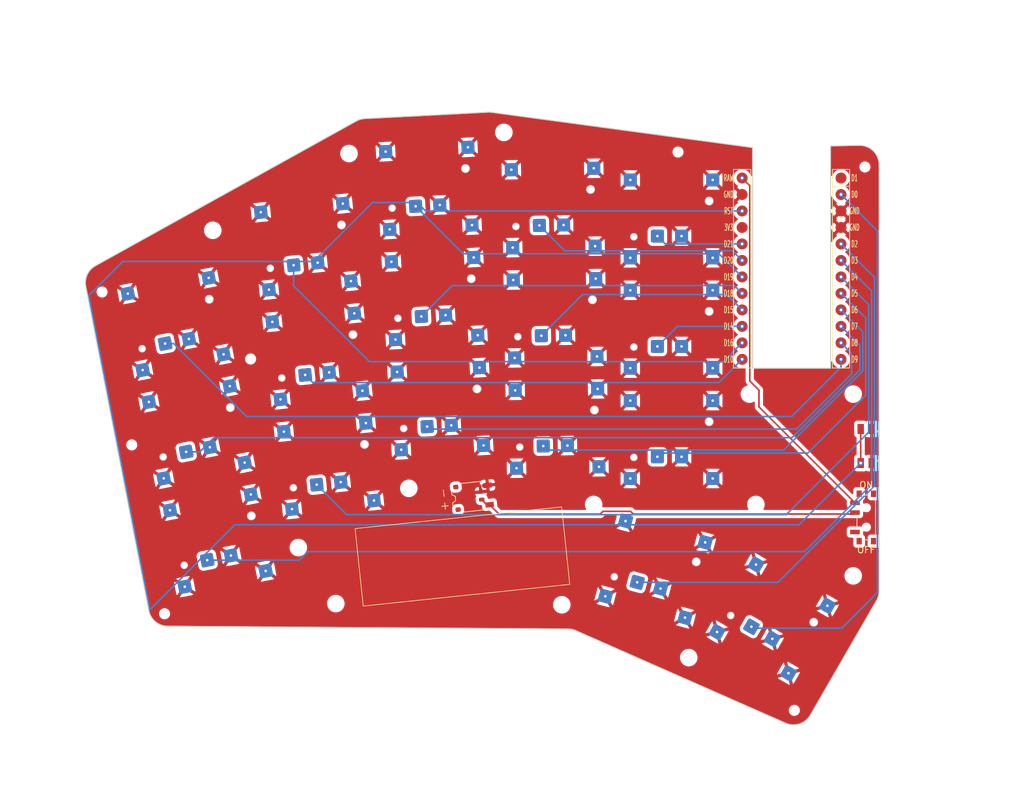
<source format=kicad_pcb>
(kicad_pcb (version 20241229) (generator "pcbnew") (generator_version "9.0")
  (title_block (title "slimsplaydy_left_unrouted") (date "2025-05-29") (rev "v1.0.0") (company "Unknown"))
  (layers (0 "F.Cu" signal) (2 "B.Cu" signal) (13 "F.Paste" user) (15 "B.Paste" user) (5 "F.SilkS" user "F.Silkscreen") (7 "B.SilkS" user "B.Silkscreen") (1 "F.Mask" user) (3 "B.Mask" user) (25 "Edge.Cuts" user))
  (net 0 "")
  (net 1 "hand_pinky_bottom")
  (net 2 "GND")
  (net 3 "hand_pinky_home")
  (net 4 "hand_pinky_top")
  (net 5 "hand_ring_bottom")
  (net 6 "hand_ring_home")
  (net 7 "hand_ring_top")
  (net 8 "hand_middle_bottom")
  (net 9 "hand_middle_home")
  (net 10 "hand_middle_top")
  (net 11 "hand_index_bottom")
  (net 12 "hand_index_home")
  (net 13 "hand_index_top")
  (net 14 "hand_inner_bottom")
  (net 15 "hand_inner_home")
  (net 16 "hand_inner_top")
  (net 17 "thumb_near_fan")
  (net 18 "thumb_far_fan")
  (net 19 "RAW")
  (net 20 "RST")
  (net 21 "3V3")
  (net 22 "D1")
  (net 23 "BAT_P")
  (footprint "ceoloide:mounting_hole_npth" (layer "F.Cu") (at 197.899996 167.954788 -30)
    (property "Reference" "MH6" (hide yes))
    (property "Value" "")
    (pad "" np_thru_hole circle (at 0 0 330) (size 1.2 1.2) (drill 1.2) (layers "*.Cu" "*.Mask"))
  )
  (footprint "PG1316S" (layer "F.Cu") (at 109.059614 141.79563 11)
    (property "Reference" "S1" (hide yes))
    (property "Value" "")
    (fp_circle (center -5.8 2.75) (end -5.3 2.75) (stroke (width 0.1)) (fill no) (layer "Edge.Cuts"))
    (fp_circle (center 5.8 -2.75) (end 6.4 -2.75) (stroke (width 0.1)) (fill no) (layer "Edge.Cuts"))
    (pad "1" thru_hole roundrect (at -2.175 2.65 11) (size 2 2) (drill 0.4) (layers "F.Cu" "F.Mask" "F.Paste") (roundrect_rratio 0.125) (net 1 "hand_pinky_bottom"))
    (pad "2" thru_hole roundrect (at 1.55 2.65 11) (size 2 2) (drill 0.4) (layers "F.Cu" "F.Mask" "F.Paste") (roundrect_rratio 0.125) (net 2 "GND"))
    (pad "3" thru_hole roundrect (at -6.35 -6 11) (size 2 2) (drill 0.4) (layers "F.Cu" "F.Mask" "F.Paste") (roundrect_rratio 0.125) (net 2 "GND"))
    (pad "3" thru_hole roundrect (at -6.35 6 11) (size 2 2) (drill 0.4) (layers "F.Cu" "F.Mask" "F.Paste") (roundrect_rratio 0.125) (net 2 "GND"))
    (pad "3" thru_hole roundrect (at 6.35 -6 11) (size 2 2) (drill 0.4) (layers "F.Cu" "F.Mask" "F.Paste") (roundrect_rratio 0.125) (net 2 "GND"))
    (pad "3" thru_hole roundrect (at 6.35 6 11) (size 2 2) (drill 0.4) (layers "F.Cu" "F.Mask" "F.Paste") (roundrect_rratio 0.125) (net 2 "GND"))
  )
  (footprint "ceoloide:mounting_hole_npth" (layer "F.Cu") (at 95.803264 127.054219 11)
    (property "Reference" "MH14" (hide yes))
    (property "Value" "")
    (pad "" np_thru_hole circle (at 0 0 11) (size 1.2 1.2) (drill 1.2) (layers "*.Cu" "*.Mask"))
  )
  (footprint "ceoloide:mounting_hole_npth" (layer "F.Cu") (at 91.223848 103.495167 11)
    (property "Reference" "MH15" (hide yes))
    (property "Value" "")
    (pad "" np_thru_hole circle (at 0 0 11) (size 1.2 1.2) (drill 1.2) (layers "*.Cu" "*.Mask"))
  )
  (footprint "PG1316S" (layer "F.Cu") (at 194.489742 153.861522 -30)
    (property "Reference" "S17" (hide yes))
    (property "Value" "")
    (fp_circle (center -5.8 2.75) (end -5.3 2.75) (stroke (width 0.1)) (fill no) (layer "Edge.Cuts"))
    (fp_circle (center 5.8 -2.75) (end 6.4 -2.75) (stroke (width 0.1)) (fill no) (layer "Edge.Cuts"))
    (pad "1" thru_hole roundrect (at -2.175 2.65 330) (size 2 2) (drill 0.4) (layers "F.Cu" "F.Mask" "F.Paste") (roundrect_rratio 0.125) (net 18 "thumb_far_fan"))
    (pad "2" thru_hole roundrect (at 1.55 2.65 330) (size 2 2) (drill 0.4) (layers "F.Cu" "F.Mask" "F.Paste") (roundrect_rratio 0.125) (net 2 "GND"))
    (pad "3" thru_hole roundrect (at -6.35 -6 330) (size 2 2) (drill 0.4) (layers "F.Cu" "F.Mask" "F.Paste") (roundrect_rratio 0.125) (net 2 "GND"))
    (pad "3" thru_hole roundrect (at -6.35 5.999999 330) (size 2 2) (drill 0.4) (layers "F.Cu" "F.Mask" "F.Paste") (roundrect_rratio 0.125) (net 2 "GND"))
    (pad "3" thru_hole roundrect (at 6.35 -5.999999 330) (size 2 2) (drill 0.4) (layers "F.Cu" "F.Mask" "F.Paste") (roundrect_rratio 0.125) (net 2 "GND"))
    (pad "3" thru_hole roundrect (at 6.35 6 330) (size 2 2) (drill 0.4) (layers "F.Cu" "F.Mask" "F.Paste") (roundrect_rratio 0.125) (net 2 "GND"))
  )
  (footprint "PG1316S" (layer "F.Cu") (at 178.970927 109.229547)
    (property "Reference" "S14" (hide yes))
    (property "Value" "")
    (fp_circle (center -5.8 2.75) (end -5.3 2.75) (stroke (width 0.1)) (fill no) (layer "Edge.Cuts"))
    (fp_circle (center 5.8 -2.75) (end 6.4 -2.75) (stroke (width 0.1)) (fill no) (layer "Edge.Cuts"))
    (pad "1" thru_hole roundrect (at -2.175 2.65) (size 2 2) (drill 0.4) (layers "F.Cu" "F.Mask" "F.Paste") (roundrect_rratio 0.125) (net 15 "hand_inner_home"))
    (pad "2" thru_hole roundrect (at 1.55 2.65) (size 2 2) (drill 0.4) (layers "F.Cu" "F.Mask" "F.Paste") (roundrect_rratio 0.125) (net 2 "GND"))
    (pad "3" thru_hole roundrect (at -6.35 -6) (size 2 2) (drill 0.4) (layers "F.Cu" "F.Mask" "F.Paste") (roundrect_rratio 0.125) (net 2 "GND"))
    (pad "3" thru_hole roundrect (at -6.35 6) (size 2 2) (drill 0.4) (layers "F.Cu" "F.Mask" "F.Paste") (roundrect_rratio 0.125) (net 2 "GND"))
    (pad "3" thru_hole roundrect (at 6.35 -6) (size 2 2) (drill 0.4) (layers "F.Cu" "F.Mask" "F.Paste") (roundrect_rratio 0.125) (net 2 "GND"))
    (pad "3" thru_hole roundrect (at 6.35 6) (size 2 2) (drill 0.4) (layers "F.Cu" "F.Mask" "F.Paste") (roundrect_rratio 0.125) (net 2 "GND"))
  )
  (footprint "PG1316S" (layer "F.Cu") (at 178.970927 92.229547)
    (property "Reference" "S15" (hide yes))
    (property "Value" "")
    (fp_circle (center -5.8 2.75) (end -5.3 2.75) (stroke (width 0.1)) (fill no) (layer "Edge.Cuts"))
    (fp_circle (center 5.8 -2.75) (end 6.4 -2.75) (stroke (width 0.1)) (fill no) (layer "Edge.Cuts"))
    (pad "1" thru_hole roundrect (at -2.175 2.65) (size 2 2) (drill 0.4) (layers "F.Cu" "F.Mask" "F.Paste") (roundrect_rratio 0.125) (net 16 "hand_inner_top"))
    (pad "2" thru_hole roundrect (at 1.55 2.65) (size 2 2) (drill 0.4) (layers "F.Cu" "F.Mask" "F.Paste") (roundrect_rratio 0.125) (net 2 "GND"))
    (pad "3" thru_hole roundrect (at -6.35 -6) (size 2 2) (drill 0.4) (layers "F.Cu" "F.Mask" "F.Paste") (roundrect_rratio 0.125) (net 2 "GND"))
    (pad "3" thru_hole roundrect (at -6.35 6) (size 2 2) (drill 0.4) (layers "F.Cu" "F.Mask" "F.Paste") (roundrect_rratio 0.125) (net 2 "GND"))
    (pad "3" thru_hole roundrect (at 6.35 -6) (size 2 2) (drill 0.4) (layers "F.Cu" "F.Mask" "F.Paste") (roundrect_rratio 0.125) (net 2 "GND"))
    (pad "3" thru_hole roundrect (at 6.35 6) (size 2 2) (drill 0.4) (layers "F.Cu" "F.Mask" "F.Paste") (roundrect_rratio 0.125) (net 2 "GND"))
  )
  (footprint "ceoloide:mounting_hole_npth" (layer "F.Cu") (at 153.139198 78.903604 3)
    (property "Reference" "MH18" (hide yes))
    (property "Value" "")
    (pad "" np_thru_hole circle (at 0 0 3) (size 2.2 2.2) (drill 2.2) (layers "*.Cu" "*.Mask"))
  )
  (footprint "ceoloide:mounting_hole_npth" (layer "F.Cu") (at 181.627232 159.827434 -15)
    (property "Reference" "MH7" (hide yes))
    (property "Value" "")
    (pad "" np_thru_hole circle (at 0 0 345) (size 2.2 2.2) (drill 2.2) (layers "*.Cu" "*.Mask"))
  )
  (footprint "PG1316S" (layer "F.Cu") (at 105.815861 125.107968 11)
    (property "Reference" "S2" (hide yes))
    (property "Value" "")
    (fp_circle (center -5.8 2.75) (end -5.3 2.75) (stroke (width 0.1)) (fill no) (layer "Edge.Cuts"))
    (fp_circle (center 5.8 -2.75) (end 6.4 -2.75) (stroke (width 0.1)) (fill no) (layer "Edge.Cuts"))
    (pad "1" thru_hole roundrect (at -2.175 2.65 11) (size 2 2) (drill 0.4) (layers "F.Cu" "F.Mask" "F.Paste") (roundrect_rratio 0.125) (net 3 "hand_pinky_home"))
    (pad "2" thru_hole roundrect (at 1.55 2.65 11) (size 2 2) (drill 0.4) (layers "F.Cu" "F.Mask" "F.Paste") (roundrect_rratio 0.125) (net 2 "GND"))
    (pad "3" thru_hole roundrect (at -6.35 -6 11) (size 2 2) (drill 0.4) (layers "F.Cu" "F.Mask" "F.Paste") (roundrect_rratio 0.125) (net 2 "GND"))
    (pad "3" thru_hole roundrect (at -6.35 6 11) (size 2 2) (drill 0.4) (layers "F.Cu" "F.Mask" "F.Paste") (roundrect_rratio 0.125) (net 2 "GND"))
    (pad "3" thru_hole roundrect (at 6.35 -6 11) (size 2 2) (drill 0.4) (layers "F.Cu" "F.Mask" "F.Paste") (roundrect_rratio 0.125) (net 2 "GND"))
    (pad "3" thru_hole roundrect (at 6.35 6 11) (size 2 2) (drill 0.4) (layers "F.Cu" "F.Mask" "F.Paste") (roundrect_rratio 0.125) (net 2 "GND"))
  )
  (footprint "PG1316S" (layer "F.Cu") (at 176.470927 146.229547 -15)
    (property "Reference" "S16" (hide yes))
    (property "Value" "")
    (fp_circle (center -5.8 2.75) (end -5.3 2.75) (stroke (width 0.1)) (fill no) (layer "Edge.Cuts"))
    (fp_circle (center 5.8 -2.75) (end 6.4 -2.75) (stroke (width 0.1)) (fill no) (layer "Edge.Cuts"))
    (pad "1" thru_hole roundrect (at -2.175 2.65 345) (size 2 2) (drill 0.4) (layers "F.Cu" "F.Mask" "F.Paste") (roundrect_rratio 0.125) (net 17 "thumb_near_fan"))
    (pad "2" thru_hole roundrect (at 1.55 2.65 345) (size 2 2) (drill 0.4) (layers "F.Cu" "F.Mask" "F.Paste") (roundrect_rratio 0.125) (net 2 "GND"))
    (pad "3" thru_hole roundrect (at -6.35 -6 345) (size 2 2) (drill 0.4) (layers "F.Cu" "F.Mask" "F.Paste") (roundrect_rratio 0.125) (net 2 "GND"))
    (pad "3" thru_hole roundrect (at -6.35 6 345) (size 2 2) (drill 0.4) (layers "F.Cu" "F.Mask" "F.Paste") (roundrect_rratio 0.125) (net 2 "GND"))
    (pad "3" thru_hole roundrect (at 6.35 -6 345) (size 2 2) (drill 0.4) (layers "F.Cu" "F.Mask" "F.Paste") (roundrect_rratio 0.125) (net 2 "GND"))
    (pad "3" thru_hole roundrect (at 6.35 6 345) (size 2 2) (drill 0.4) (layers "F.Cu" "F.Mask" "F.Paste") (roundrect_rratio 0.125) (net 2 "GND"))
  )
  (footprint "PG1316S" (layer "F.Cu") (at 122.630091 96.503497 6)
    (property "Reference" "S6" (hide yes))
    (property "Value" "")
    (fp_circle (center -5.8 2.75) (end -5.3 2.75) (stroke (width 0.1)) (fill no) (layer "Edge.Cuts"))
    (fp_circle (center 5.8 -2.75) (end 6.4 -2.75) (stroke (width 0.1)) (fill no) (layer "Edge.Cuts"))
    (pad "1" thru_hole roundrect (at -2.175 2.65 6) (size 2 2) (drill 0.4) (layers "F.Cu" "F.Mask" "F.Paste") (roundrect_rratio 0.125) (net 7 "hand_ring_top"))
    (pad "2" thru_hole roundrect (at 1.55 2.65 6) (size 2 2) (drill 0.4) (layers "F.Cu" "F.Mask" "F.Paste") (roundrect_rratio 0.125) (net 2 "GND"))
    (pad "3" thru_hole roundrect (at -6.35 -6 6) (size 2 2) (drill 0.4) (layers "F.Cu" "F.Mask" "F.Paste") (roundrect_rratio 0.125) (net 2 "GND"))
    (pad "3" thru_hole roundrect (at -6.35 6 6) (size 2 2) (drill 0.4) (layers "F.Cu" "F.Mask" "F.Paste") (roundrect_rratio 0.125) (net 2 "GND"))
    (pad "3" thru_hole roundrect (at 6.35 -6 6) (size 2 2) (drill 0.4) (layers "F.Cu" "F.Mask" "F.Paste") (roundrect_rratio 0.125) (net 2 "GND"))
    (pad "3" thru_hole roundrect (at 6.35 6 6) (size 2 2) (drill 0.4) (layers "F.Cu" "F.Mask" "F.Paste") (roundrect_rratio 0.125) (net 2 "GND"))
  )
  (footprint "ceoloide:mounting_hole_npth" (layer "F.Cu") (at 114.113936 113.817177 11)
    (property "Reference" "MH20" (hide yes))
    (property "Value" "")
    (pad "" np_thru_hole circle (at 0 0 11) (size 1.2 1.2) (drill 1.2) (layers "*.Cu" "*.Mask"))
  )
  (footprint "PG1316S" (layer "F.Cu") (at 160.745321 90.542192 1)
    (property "Reference" "S12" (hide yes))
    (property "Value" "")
    (fp_circle (center -5.8 2.75) (end -5.3 2.75) (stroke (width 0.1)) (fill no) (layer "Edge.Cuts"))
    (fp_circle (center 5.8 -2.75) (end 6.4 -2.75) (stroke (width 0.1)) (fill no) (layer "Edge.Cuts"))
    (pad "1" thru_hole roundrect (at -2.175 2.65 1) (size 2 2) (drill 0.4) (layers "F.Cu" "F.Mask" "F.Paste") (roundrect_rratio 0.125) (net 13 "hand_index_top"))
    (pad "2" thru_hole roundrect (at 1.55 2.65 1) (size 2 2) (drill 0.4) (layers "F.Cu" "F.Mask" "F.Paste") (roundrect_rratio 0.125) (net 2 "GND"))
    (pad "3" thru_hole roundrect (at -6.35 -6 1) (size 2 2) (drill 0.4) (layers "F.Cu" "F.Mask" "F.Paste") (roundrect_rratio 0.125) (net 2 "GND"))
    (pad "3" thru_hole roundrect (at -6.35 6 1) (size 2 2) (drill 0.4) (layers "F.Cu" "F.Mask" "F.Paste") (roundrect_rratio 0.125) (net 2 "GND"))
    (pad "3" thru_hole roundrect (at 6.35 -6 1) (size 2 2) (drill 0.4) (layers "F.Cu" "F.Mask" "F.Paste") (roundrect_rratio 0.125) (net 2 "GND"))
    (pad "3" thru_hole roundrect (at 6.35 6 1) (size 2 2) (drill 0.4) (layers "F.Cu" "F.Mask" "F.Paste") (roundrect_rratio 0.125) (net 2 "GND"))
  )
  (footprint "ceoloide:mounting_hole_npth" (layer "F.Cu") (at 166.970927 136.229547)
    (property "Reference" "MH9" (hide yes))
    (property "Value" "")
    (pad "" np_thru_hole circle (at 0 0) (size 2.2 2.2) (drill 2.2) (layers "*.Cu" "*.Mask"))
  )
  (footprint "ceoloide:mounting_hole_npth" (layer "F.Cu") (at 206.970927 119.229547)
    (property "Reference" "MH3" (hide yes))
    (property "Value" "")
    (pad "" np_thru_hole circle (at 0 0) (size 2.2 2.2) (drill 2.2) (layers "*.Cu" "*.Mask"))
  )
  (footprint "SMDPad" (layer "F.Cu") (at 150.941076 136.261994 6)
    (property "Reference" "PAD1" (hide yes))
    (property "Value" "" (hide yes))
    (pad "1" smd rect (at 0 0 6) (size 1.3 0.8) (layers "F.Cu" "F.Mask" "F.Paste") (net 23 "BAT_P"))
  )
  (footprint "ceoloide:battery_connector_molex_pico_ezmate_1x02" (layer "F.Cu") (at 147.800718 135.083797 -84)
    (property "Reference" "CONN1" (hide yes))
    (property "Value" "")
    (fp_line (start 1 4.35) (end 1 3.35) (stroke (width 0.12)) (layer "F.SilkS"))
    (fp_line (start -0.5 3.850001) (end -1.5 3.85) (stroke (width 0.12)) (layer "F.SilkS"))
    (fp_line (start 0.5 3.85) (end 1.5 3.85) (stroke (width 0.12)) (layer "F.SilkS"))
    (fp_line (start -1.14 2.63) (end -0.64 2.63) (stroke (width 0.12)) (layer "F.SilkS"))
    (fp_line (start -0.64 2.63) (end -0.34 2.13) (stroke (width 0.12)) (layer "F.SilkS"))
    (fp_line (start 0.64 2.63) (end 1.14 2.63) (stroke (width 0.12)) (layer "F.SilkS"))
    (fp_line (start -0.34 2.13) (end 0.34 2.13) (stroke (width 0.12)) (layer "F.SilkS"))
    (fp_line (start 0.34 2.13) (end 0.64 2.63) (stroke (width 0.12)) (layer "F.SilkS"))
    (fp_line (start -2.21 1.24) (end -2.21 -2.09) (stroke (width 0.12)) (layer "F.SilkS"))
    (fp_line (start 2.21 1.24) (end 2.21 -2.09) (stroke (width 0.12)) (layer "F.SilkS"))
    (fp_line (start -2.21 -2.09) (end -1.16 -2.09) (stroke (width 0.12)) (layer "F.SilkS"))
    (fp_line (start -1.16 -2.09) (end -1.16 -2.3) (stroke (width 0.12)) (layer "F.SilkS"))
    (fp_line (start 2.21 -2.09) (end 1.16 -2.09) (stroke (width 0.12)) (layer "F.SilkS"))
    (pad "" smd roundrect (at -1.75 1.9 276) (size 0.7 0.8) (layers "F.Cu" "F.Mask" "F.Paste"))
    (pad "" smd roundrect (at 1.75 1.9 276) (size 0.7 0.8) (layers "F.Cu" "F.Mask" "F.Paste"))
    (pad "1" smd roundrect (at -0.6 -1.875 276) (size 0.6 0.85) (layers "F.Cu" "F.Mask" "F.Paste") (net 2 "GND"))
    (pad "2" smd roundrect (at 0.6 -1.875 276) (size 0.6 0.85) (layers "F.Cu" "F.Mask" "F.Paste") (net 23 "BAT_P"))
  )
  (footprint "PG1316S" (layer "F.Cu") (at 126.184059 130.317241 6)
    (property "Reference" "S4" (hide yes))
    (property "Value" "")
    (fp_circle (center -5.8 2.75) (end -5.3 2.75) (stroke (width 0.1)) (fill no) (layer "Edge.Cuts"))
    (fp_circle (center 5.8 -2.75) (end 6.4 -2.75) (stroke (width 0.1)) (fill no) (layer "Edge.Cuts"))
    (pad "1" thru_hole roundrect (at -2.175 2.65 6) (size 2 2) (drill 0.4) (layers "F.Cu" "F.Mask" "F.Paste") (roundrect_rratio 0.125) (net 5 "hand_ring_bottom"))
    (pad "2" thru_hole roundrect (at 1.55 2.65 6) (size 2 2) (drill 0.4) (layers "F.Cu" "F.Mask" "F.Paste") (roundrect_rratio 0.125) (net 2 "GND"))
    (pad "3" thru_hole roundrect (at -6.35 -6 6) (size 2 2) (drill 0.4) (layers "F.Cu" "F.Mask" "F.Paste") (roundrect_rratio 0.125) (net 2 "GND"))
    (pad "3" thru_hole roundrect (at -6.35 6 6) (size 2 2) (drill 0.4) (layers "F.Cu" "F.Mask" "F.Paste") (roundrect_rratio 0.125) (net 2 "GND"))
    (pad "3" thru_hole roundrect (at 6.35 -6 6) (size 2 2) (drill 0.4) (layers "F.Cu" "F.Mask" "F.Paste") (roundrect_rratio 0.125) (net 2 "GND"))
    (pad "3" thru_hole roundrect (at 6.35 6 6) (size 2 2) (drill 0.4) (layers "F.Cu" "F.Mask" "F.Paste") (roundrect_rratio 0.125) (net 2 "GND"))
  )
  (footprint "PG1316S" (layer "F.Cu") (at 178.970927 126.229547)
    (property "Reference" "S13" (hide yes))
    (property "Value" "")
    (fp_circle (center -5.8 2.75) (end -5.3 2.75) (stroke (width 0.1)) (fill no) (layer "Edge.Cuts"))
    (fp_circle (center 5.8 -2.75) (end 6.4 -2.75) (stroke (width 0.1)) (fill no) (layer "Edge.Cuts"))
    (pad "1" thru_hole roundrect (at -2.175 2.65) (size 2 2) (drill 0.4) (layers "F.Cu" "F.Mask" "F.Paste") (roundrect_rratio 0.125) (net 14 "hand_inner_bottom"))
    (pad "2" thru_hole roundrect (at 1.55 2.65) (size 2 2) (drill 0.4) (layers "F.Cu" "F.Mask" "F.Paste") (roundrect_rratio 0.125) (net 2 "GND"))
    (pad "3" thru_hole roundrect (at -6.35 -6) (size 2 2) (drill 0.4) (layers "F.Cu" "F.Mask" "F.Paste") (roundrect_rratio 0.125) (net 2 "GND"))
    (pad "3" thru_hole roundrect (at -6.35 6) (size 2 2) (drill 0.4) (layers "F.Cu" "F.Mask" "F.Paste") (roundrect_rratio 0.125) (net 2 "GND"))
    (pad "3" thru_hole roundrect (at 6.35 -6) (size 2 2) (drill 0.4) (layers "F.Cu" "F.Mask" "F.Paste") (roundrect_rratio 0.125) (net 2 "GND"))
    (pad "3" thru_hole roundrect (at 6.35 6) (size 2 2) (drill 0.4) (layers "F.Cu" "F.Mask" "F.Paste") (roundrect_rratio 0.125) (net 2 "GND"))
  )
  (footprint "Battery_301230" (layer "F.Cu") (at 146.75243 144.243551 6)
    (property "Reference" "XX1" (hide yes))
    (property "Value" "")
    (fp_poly (pts (xy -16 -6) (xy 16 -6) (xy 16 6) (xy -16 6)) (stroke (width 0.1)) (fill no) (layer "F.SilkS"))
  )
  (footprint "ceoloide:mounting_hole_npth" (layer "F.Cu") (at 138.489322 133.745478 3)
    (property "Reference" "MH10" (hide yes))
    (property "Value" "")
    (pad "" np_thru_hole circle (at 0 0 3) (size 2.2 2.2) (drill 2.2) (layers "*.Cu" "*.Mask"))
  )
  (footprint "ceoloide:mounting_hole_npth" (layer "F.Cu") (at 190.970927 119.229547)
    (property "Reference" "MH2" (hide yes))
    (property "Value" "")
    (pad "" np_thru_hole circle (at 0 0) (size 2.2 2.2) (drill 2.2) (layers "*.Cu" "*.Mask"))
  )
  (footprint "ceoloide:mounting_hole_npth" (layer "F.Cu") (at 191.970927 136.229547)
    (property "Reference" "MH4" (hide yes))
    (property "Value" "")
    (pad "" np_thru_hole circle (at 0 0) (size 2.2 2.2) (drill 2.2) (layers "*.Cu" "*.Mask"))
  )
  (footprint "ceoloide:power_switch_smd_side" (layer "F.Cu") (at 208.970927 138.229547)
    (property "Reference" "PWR1" (hide yes))
    (property "Value" "")
    (fp_line (start -1.425 -1.4) (end -1.425 -1.6) (stroke (width 0.12)) (layer "F.SilkS"))
    (fp_line (start -1.425 1.6) (end -1.425 -0.1) (stroke (width 0.12)) (layer "F.SilkS"))
    (fp_line (start -0.375 3.45) (end 0.415 3.45) (stroke (width 0.12)) (layer "F.SilkS"))
    (fp_line (start 0.415 -3.45) (end -0.375 -3.45) (stroke (width 0.12)) (layer "F.SilkS"))
    (fp_line (start 1.425 2.85) (end 1.425 -2.85) (stroke (width 0.12)) (layer "F.SilkS"))
    (fp_text user "ON" (at 0 -5 0) (layer "F.SilkS"))
    (fp_text user "OFF" (at 0 5 0) (layer "F.SilkS"))
    (pad "" smd rect (at -1.085 -3.65 90) (size 1 0.8) (layers "F.Cu" "F.Mask" "F.Paste"))
    (pad "" smd rect (at -1.085 3.65 90) (size 1 0.8) (layers "F.Cu" "F.Mask" "F.Paste"))
    (pad "" np_thru_hole circle (at 0.025 -1.5 90) (size 0.9 0.9) (drill 0.9) (layers "*.Cu" "*.Mask"))
    (pad "" np_thru_hole circle (at 0.025 1.5 90) (size 0.9 0.9) (drill 0.9) (layers "*.Cu" "*.Mask"))
    (pad "" smd rect (at 1.125 -3.65 90) (size 1 0.8) (layers "F.Cu" "F.Mask" "F.Paste"))
    (pad "" smd rect (at 1.125 3.65 90) (size 1 0.8) (layers "F.Cu" "F.Mask" "F.Paste"))
    (pad "1" smd rect (at -1.735 2.25 90) (size 0.7 1.5) (layers "F.Cu" "F.Mask" "F.Paste"))
    (pad "2" smd rect (at -1.735 -0.75 90) (size 0.7 1.5) (layers "F.Cu" "F.Mask" "F.Paste") (net 23 "BAT_P"))
    (pad "3" smd rect (at -1.735 -2.25 90) (size 0.7 1.5) (layers "F.Cu" "F.Mask" "F.Paste") (net 19 "RAW"))
  )
  (footprint "ceoloide:mcu_nice_nano" (layer "F.Cu") (at 197.470927 98.629547)
    (property "Reference" "MCU1" (hide yes))
    (property "Value" "")
    (fp_line (start -8.95 -14.03) (end -8.95 16.57) (stroke (width 0.12)) (layer "F.SilkS"))
    (fp_line (start -8.95 -14.03) (end -6.29 -14.03) (stroke (width 0.12)) (layer "F.SilkS"))
    (fp_line (start -8.95 16.57) (end -6.29 16.57) (stroke (width 0.12)) (layer "F.SilkS"))
    (fp_line (start -6.29 -14.03) (end -6.29 16.57) (stroke (width 0.12)) (layer "F.SilkS"))
    (fp_line (start 6.29 -14.03) (end 6.29 16.57) (stroke (width 0.12)) (layer "F.SilkS"))
    (fp_line (start 6.29 -14.03) (end 8.95 -14.03) (stroke (width 0.12)) (layer "F.SilkS"))
    (fp_line (start 6.29 -11.43) (end 8.95 -11.43) (stroke (width 0.12)) (layer "F.SilkS"))
    (fp_line (start 6.29 16.57) (end 8.95 16.57) (stroke (width 0.12)) (layer "F.SilkS"))
    (fp_line (start 8.95 -14.03) (end 8.95 16.57) (stroke (width 0.12)) (layer "F.SilkS"))
    (fp_text user "D7" (at 9.7 10.16 0) (layer "F.SilkS") (effects (font (size 1 0.5) (thickness 0.1))))
    (fp_text user "RST" (at -9.7 -7.62 0) (layer "F.SilkS") (effects (font (size 1 0.5) (thickness 0.1))))
    (fp_text user "D18" (at -9.7 5.08 0) (layer "F.SilkS") (effects (font (size 1 0.5) (thickness 0.1))))
    (fp_text user "D5" (at 9.7 5.08 0) (layer "F.SilkS") (effects (font (size 1 0.5) (thickness 0.1))))
    (fp_text user "RAW" (at -9.7 -12.7 0) (layer "F.SilkS") (effects (font (size 1 0.5) (thickness 0.1))))
    (fp_text user "D20" (at -9.7 0 0) (layer "F.SilkS") (effects (font (size 1 0.5) (thickness 0.1))))
    (fp_text user "D21" (at -9.7 -2.54 0) (layer "F.SilkS") (effects (font (size 1 0.5) (thickness 0.1))))
    (fp_text user "D19" (at -9.7 2.54 0) (layer "F.SilkS") (effects (font (size 1 0.5) (thickness 0.1))))
    (fp_text user "D14" (at -9.7 10.16 0) (layer "F.SilkS") (effects (font (size 1 0.5) (thickness 0.1))))
    (fp_text user "D15" (at -9.7 7.62 0) (layer "F.SilkS") (effects (font (size 1 0.5) (thickness 0.1))))
    (fp_text user "D9" (at 9.7 15.24 0) (layer "F.SilkS") (effects (font (size 1 0.5) (thickness 0.1))))
    (fp_text user "D0" (at 9.7 -10.16 0) (layer "F.SilkS") (effects (font (size 1 0.5) (thickness 0.1))))
    (fp_text user "D4" (at 9.7 2.54 0) (layer "F.SilkS") (effects (font (size 1 0.5) (thickness 0.1))))
    (fp_text user "GND" (at -9.7 -10.16 0) (layer "F.SilkS") (effects (font (size 1 0.5) (thickness 0.1))))
    (fp_text user "D8" (at 9.7 12.7 0) (layer "F.SilkS") (effects (font (size 1 0.5) (thickness 0.1))))
    (fp_text user "D3" (at 9.7 0 0) (layer "F.SilkS") (effects (font (size 1 0.5) (thickness 0.1))))
    (fp_text user "GND" (at 9.7 -7.62 0) (layer "F.SilkS") (effects (font (size 1 0.5) (thickness 0.1))))
    (fp_text user "D16" (at -9.7 12.7 0) (layer "F.SilkS") (effects (font (size 1 0.5) (thickness 0.1))))
    (fp_text user "D10" (at -9.7 15.24 0) (layer "F.SilkS") (effects (font (size 1 0.5) (thickness 0.1))))
    (fp_text user "D6" (at 9.7 7.62 0) (layer "F.SilkS") (effects (font (size 1 0.5) (thickness 0.1))))
    (fp_text user "D2" (at 9.7 -2.54 0) (layer "F.SilkS") (effects (font (size 1 0.5) (thickness 0.1))))
    (fp_text user "D1" (at 9.7 -12.7 0) (layer "F.SilkS") (effects (font (size 1 0.5) (thickness 0.1))))
    (fp_text user "3V3" (at -9.7 -5.08 0) (layer "F.SilkS") (effects (font (size 1 0.5) (thickness 0.1))))
    (fp_text user "GND" (at 9.7 -5.08 0) (layer "F.SilkS") (effects (font (size 1 0.5) (thickness 0.1))))
    (pad "1" smd circle (at 7.62 -12.7) (size 1.7 1.7) (layers "F.Cu" "F.Mask" "F.Paste") (net 22 "D1"))
    (pad "2" smd circle (at 7.62 -10.16) (size 1.7 1.7) (layers "F.Cu" "F.Mask" "F.Paste") (net 18 "thumb_far_fan"))
    (pad "3" smd circle (at 7.62 -7.62) (size 1.7 1.7) (layers "F.Cu" "F.Mask" "F.Paste") (net 2 "GND"))
    (pad "4" smd circle (at 7.62 -5.08) (size 1.7 1.7) (layers "F.Cu" "F.Mask" "F.Paste") (net 2 "GND"))
    (pad "5" smd circle (at 7.62 -2.54) (size 1.7 1.7) (layers "F.Cu" "F.Mask" "F.Paste") (net 17 "thumb_near_fan"))
    (pad "6" smd circle (at 7.62 0) (size 1.7 1.7) (layers "F.Cu" "F.Mask" "F.Paste") (net 1 "hand_pinky_bottom"))
    (pad "7" smd circle (at 7.62 2.54) (size 1.7 1.7) (layers "F.Cu" "F.Mask" "F.Paste") (net 5 "hand_ring_bottom"))
    (pad "8" smd circle (at 7.62 5.08) (size 1.7 1.7) (layers "F.Cu" "F.Mask" "F.Paste") (net 14 "hand_inner_bottom"))
    (pad "9" smd circle (at 7.62 7.62) (size 1.7 1.7) (layers "F.Cu" "F.Mask" "F.Paste") (net 11 "hand_index_bottom"))
    (pad "10" smd circle (at 7.62 10.16) (size 1.7 1.7) (layers "F.Cu" "F.Mask" "F.Paste") (net 3 "hand_pinky_home"))
    (pad "11" smd circle (at 7.62 12.7) (size 1.7 1.7) (layers "F.Cu" "F.Mask" "F.Paste") (net 8 "hand_middle_bottom"))
    (pad "12" smd circle (at 7.62 15.24) (size 1.7 1.7) (layers "F.Cu" "F.Mask" "F.Paste") (net 4 "hand_pinky_top"))
    (pad "13" smd circle (at -7.62 15.24) (size 1.7 1.7) (layers "F.Cu" "F.Mask" "F.Paste") (net 6 "hand_ring_home"))
    (pad "14" smd circle (at -7.62 12.7) (size 1.7 1.7) (layers "F.Cu" "F.Mask" "F.Paste") (net 7 "hand_ring_top"))
    (pad "15" smd circle (at -7.62 10.16) (size 1.7 1.7) (layers "F.Cu" "F.Mask" "F.Paste") (net 15 "hand_inner_home"))
    (pad "16" smd circle (at -7.62 7.62) (size 1.7 1.7) (layers "F.Cu" "F.Mask" "F.Paste") (net 12 "hand_index_home"))
    (pad "17" smd circle (at -7.62 5.08) (size 1.7 1.7) (layers "F.Cu" "F.Mask" "F.Paste") (net 9 "hand_middle_home"))
    (pad "18" smd circle (at -7.62 2.54) (size 1.7 1.7) (layers "F.Cu" "F.Mask" "F.Paste") (net 10 "hand_middle_top"))
    (pad "19" smd circle (at -7.62 0) (size 1.7 1.7) (layers "F.Cu" "F.Mask" "F.Paste") (net 13 "hand_index_top"))
    (pad "20" smd circle (at -7.62 -2.54) (size 1.7 1.7) (layers "F.Cu" "F.Mask" "F.Paste") (net 16 "hand_inner_top"))
    (pad "21" smd circle (at -7.62 -5.08) (size 1.7 1.7) (layers "F.Cu" "F.Mask" "F.Paste") (net 21 "3V3"))
    (pad "22" smd circle (at -7.62 -7.62) (size 1.7 1.7) (layers "F.Cu" "F.Mask" "F.Paste") (net 20 "RST"))
    (pad "23" smd circle (at -7.62 -10.16) (size 1.7 1.7) (layers "F.Cu" "F.Mask" "F.Paste") (net 2 "GND"))
    (pad "24" smd circle (at -7.62 -12.7) (size 1.7 1.7) (layers "F.Cu" "F.Mask" "F.Paste") (net 19 "RAW"))
  )
  (footprint "ceoloide:mounting_hole_npth" (layer "F.Cu") (at 121.471269 142.878675 6)
    (property "Reference" "MH11" (hide yes))
    (property "Value" "")
    (pad "" np_thru_hole circle (at 0 0 6) (size 2.2 2.2) (drill 2.2) (layers "*.Cu" "*.Mask"))
  )
  (footprint "PG1316S" (layer "F.Cu") (at 143.353753 121.474076 3)
    (property "Reference" "S7" (hide yes))
    (property "Value" "")
    (fp_circle (center -5.8 2.75) (end -5.3 2.75) (stroke (width 0.1)) (fill no) (layer "Edge.Cuts"))
    (fp_circle (center 5.8 -2.75) (end 6.4 -2.75) (stroke (width 0.1)) (fill no) (layer "Edge.Cuts"))
    (pad "1" thru_hole roundrect (at -2.175 2.65 3) (size 2 2) (drill 0.4) (layers "F.Cu" "F.Mask" "F.Paste") (roundrect_rratio 0.125) (net 8 "hand_middle_bottom"))
    (pad "2" thru_hole roundrect (at 1.55 2.65 3) (size 2 2) (drill 0.4) (layers "F.Cu" "F.Mask" "F.Paste") (roundrect_rratio 0.125) (net 2 "GND"))
    (pad "3" thru_hole roundrect (at -6.35 -6 3) (size 2 2) (drill 0.4) (layers "F.Cu" "F.Mask" "F.Paste") (roundrect_rratio 0.125) (net 2 "GND"))
    (pad "3" thru_hole roundrect (at -6.35 6 3) (size 2 2) (drill 0.4) (layers "F.Cu" "F.Mask" "F.Paste") (roundrect_rratio 0.125) (net 2 "GND"))
    (pad "3" thru_hole roundrect (at 6.35 -6 3) (size 2 2) (drill 0.4) (layers "F.Cu" "F.Mask" "F.Paste") (roundrect_rratio 0.125) (net 2 "GND"))
    (pad "3" thru_hole roundrect (at 6.35 6 3) (size 2 2) (drill 0.4) (layers "F.Cu" "F.Mask" "F.Paste") (roundrect_rratio 0.125) (net 2 "GND"))
  )
  (footprint "ceoloide:mounting_hole_npth" (layer "F.Cu") (at 108.28867 93.988808 6)
    (property "Reference" "MH16" (hide yes))
    (property "Value" "")
    (pad "" np_thru_hole circle (at 0 0 6) (size 2.2 2.2) (drill 2.2) (layers "*.Cu" "*.Mask"))
  )
  (footprint "ceoloide:mounting_hole_npth" (layer "F.Cu") (at 127.246166 151.503839 11)
    (property "Reference" "MH12" (hide yes))
    (property "Value" "")
    (pad "" np_thru_hole circle (at 0 0 11) (size 2.2 2.2) (drill 2.2) (layers "*.Cu" "*.Mask"))
  )
  (footprint "ceoloide:mounting_hole_npth" (layer "F.Cu") (at 129.276761 82.156926 3)
    (property "Reference" "MH17" (hide yes))
    (property "Value" "")
    (pad "" np_thru_hole circle (at 0 0 3) (size 2.2 2.2) (drill 2.2) (layers "*.Cu" "*.Mask"))
  )
  (footprint "PG1316S" (layer "F.Cu") (at 141.574331 87.520672 3)
    (property "Reference" "S9" (hide yes))
    (property "Value" "")
    (fp_circle (center -5.8 2.75) (end -5.3 2.75) (stroke (width 0.1)) (fill no) (layer "Edge.Cuts"))
    (fp_circle (center 5.8 -2.75) (end 6.4 -2.75) (stroke (width 0.1)) (fill no) (layer "Edge.Cuts"))
    (pad "1" thru_hole roundrect (at -2.175 2.65 3) (size 2 2) (drill 0.4) (layers "F.Cu" "F.Mask" "F.Paste") (roundrect_rratio 0.125) (net 10 "hand_middle_top"))
    (pad "2" thru_hole roundrect (at 1.55 2.65 3) (size 2 2) (drill 0.4) (layers "F.Cu" "F.Mask" "F.Paste") (roundrect_rratio 0.125) (net 2 "GND"))
    (pad "3" thru_hole roundrect (at -6.35 -6 3) (size 2 2) (drill 0.4) (layers "F.Cu" "F.Mask" "F.Paste") (roundrect_rratio 0.125) (net 2 "GND"))
    (pad "3" thru_hole roundrect (at -6.35 6 3) (size 2 2) (drill 0.4) (layers "F.Cu" "F.Mask" "F.Paste") (roundrect_rratio 0.125) (net 2 "GND"))
    (pad "3" thru_hole roundrect (at 6.35 -6 3) (size 2 2) (drill 0.4) (layers "F.Cu" "F.Mask" "F.Paste") (roundrect_rratio 0.125) (net 2 "GND"))
    (pad "3" thru_hole roundrect (at 6.35 6 3) (size 2 2) (drill 0.4) (layers "F.Cu" "F.Mask" "F.Paste") (roundrect_rratio 0.125) (net 2 "GND"))
  )
  (footprint "PG1316S" (layer "F.Cu") (at 161.042012 107.539603 1)
    (property "Reference" "S11" (hide yes))
    (property "Value" "")
    (fp_circle (center -5.8 2.75) (end -5.3 2.75) (stroke (width 0.1)) (fill no) (layer "Edge.Cuts"))
    (fp_circle (center 5.8 -2.75) (end 6.4 -2.75) (stroke (width 0.1)) (fill no) (layer "Edge.Cuts"))
    (pad "1" thru_hole roundrect (at -2.175 2.65 1) (size 2 2) (drill 0.4) (layers "F.Cu" "F.Mask" "F.Paste") (roundrect_rratio 0.125) (net 12 "hand_index_home"))
    (pad "2" thru_hole roundrect (at 1.55 2.65 1) (size 2 2) (drill 0.4) (layers "F.Cu" "F.Mask" "F.Paste") (roundrect_rratio 0.125) (net 2 "GND"))
    (pad "3" thru_hole roundrect (at -6.35 -6 1) (size 2 2) (drill 0.4) (layers "F.Cu" "F.Mask" "F.Paste") (roundrect_rratio 0.125) (net 2 "GND"))
    (pad "3" thru_hole roundrect (at -6.35 6 1) (size 2 2) (drill 0.4) (layers "F.Cu" "F.Mask" "F.Paste") (roundrect_rratio 0.125) (net 2 "GND"))
    (pad "3" thru_hole roundrect (at 6.35 -6 1) (size 2 2) (drill 0.4) (layers "F.Cu" "F.Mask" "F.Paste") (roundrect_rratio 0.125) (net 2 "GND"))
    (pad "3" thru_hole roundrect (at 6.35 6 1) (size 2 2) (drill 0.4) (layers "F.Cu" "F.Mask" "F.Paste") (roundrect_rratio 0.125) (net 2 "GND"))
  )
  (footprint "PG1316S" (layer "F.Cu") (at 102.572108 108.420306 11)
    (property "Reference" "S3" (hide yes))
    (property "Value" "")
    (fp_circle (center -5.8 2.75) (end -5.3 2.75) (stroke (width 0.1)) (fill no) (layer "Edge.Cuts"))
    (fp_circle (center 5.8 -2.75) (end 6.4 -2.75) (stroke (width 0.1)) (fill no) (layer "Edge.Cuts"))
    (pad "1" thru_hole roundrect (at -2.175 2.65 11) (size 2 2) (drill 0.4) (layers "F.Cu" "F.Mask" "F.Paste") (roundrect_rratio 0.125) (net 4 "hand_pinky_top"))
    (pad "2" thru_hole roundrect (at 1.55 2.65 11) (size 2 2) (drill 0.4) (layers "F.Cu" "F.Mask" "F.Paste") (roundrect_rratio 0.125) (net 2 "GND"))
    (pad "3" thru_hole roundrect (at -6.35 -6 11) (size 2 2) (drill 0.4) (layers "F.Cu" "F.Mask" "F.Paste") (roundrect_rratio 0.125) (net 2 "GND"))
    (pad "3" thru_hole roundrect (at -6.35 6 11) (size 2 2) (drill 0.4) (layers "F.Cu" "F.Mask" "F.Paste") (roundrect_rratio 0.125) (net 2 "GND"))
    (pad "3" thru_hole roundrect (at 6.35 -6 11) (size 2 2) (drill 0.4) (layers "F.Cu" "F.Mask" "F.Paste") (roundrect_rratio 0.125) (net 2 "GND"))
    (pad "3" thru_hole roundrect (at 6.35 6 11) (size 2 2) (drill 0.4) (layers "F.Cu" "F.Mask" "F.Paste") (roundrect_rratio 0.125) (net 2 "GND"))
  )
  (footprint "ceoloide:mounting_hole_npth" (layer "F.Cu") (at 208.770927 84.229547)
    (property "Reference" "MH1" (hide yes))
    (property "Value" "")
    (pad "" np_thru_hole circle (at 0 0) (size 1.2 1.2) (drill 1.2) (layers "*.Cu" "*.Mask"))
  )
  (footprint "ceoloide:mounting_hole_npth" (layer "F.Cu") (at 100.859702 153.06734 11)
    (property "Reference" "MH13" (hide yes))
    (property "Value" "")
    (pad "" np_thru_hole circle (at 0 0 11) (size 1.2 1.2) (drill 1.2) (layers "*.Cu" "*.Mask"))
  )
  (footprint "PG1316S" (layer "F.Cu") (at 124.407075 113.410369 6)
    (property "Reference" "S5" (hide yes))
    (property "Value" "")
    (fp_circle (center -5.8 2.75) (end -5.3 2.75) (stroke (width 0.1)) (fill no) (layer "Edge.Cuts"))
    (fp_circle (center 5.8 -2.75) (end 6.4 -2.75) (stroke (width 0.1)) (fill no) (layer "Edge.Cuts"))
    (pad "1" thru_hole roundrect (at -2.175 2.65 6) (size 2 2) (drill 0.4) (layers "F.Cu" "F.Mask" "F.Paste") (roundrect_rratio 0.125) (net 6 "hand_ring_home"))
    (pad "2" thru_hole roundrect (at 1.55 2.65 6) (size 2 2) (drill 0.4) (layers "F.Cu" "F.Mask" "F.Paste") (roundrect_rratio 0.125) (net 2 "GND"))
    (pad "3" thru_hole roundrect (at -6.35 -6 6) (size 2 2) (drill 0.4) (layers "F.Cu" "F.Mask" "F.Paste") (roundrect_rratio 0.125) (net 2 "GND"))
    (pad "3" thru_hole roundrect (at -6.35 6 6) (size 2 2) (drill 0.4) (layers "F.Cu" "F.Mask" "F.Paste") (roundrect_rratio 0.125) (net 2 "GND"))
    (pad "3" thru_hole roundrect (at 6.35 -6 6) (size 2 2) (drill 0.4) (layers "F.Cu" "F.Mask" "F.Paste") (roundrect_rratio 0.125) (net 2 "GND"))
    (pad "3" thru_hole roundrect (at 6.35 6 6) (size 2 2) (drill 0.4) (layers "F.Cu" "F.Mask" "F.Paste") (roundrect_rratio 0.125) (net 2 "GND"))
  )
  (footprint "ceoloide:mounting_hole_npth" (layer "F.Cu") (at 179.970927 81.929547)
    (property "Reference" "MH19" (hide yes))
    (property "Value" "")
    (pad "" np_thru_hole circle (at 0 0) (size 1.2 1.2) (drill 1.2) (layers "*.Cu" "*.Mask"))
  )
  (footprint "SMDPad" (layer "F.Cu") (at 150.627491 133.278429 6)
    (property "Reference" "PAD2" (hide yes))
    (property "Value" "" (hide yes))
    (pad "1" smd rect (at 0 0 6) (size 1.3 0.8) (layers "F.Cu" "F.Mask" "F.Paste") (net 2 "GND"))
  )
  (footprint "PG1316S" (layer "F.Cu") (at 161.338703 124.537014 1)
    (property "Reference" "S10" (hide yes))
    (property "Value" "")
    (fp_circle (center -5.8 2.75) (end -5.3 2.75) (stroke (width 0.1)) (fill no) (layer "Edge.Cuts"))
    (fp_circle (center 5.8 -2.75) (end 6.4 -2.75) (stroke (width 0.1)) (fill no) (layer "Edge.Cuts"))
    (pad "1" thru_hole roundrect (at -2.175 2.65 1) (size 2 2) (drill 0.4) (layers "F.Cu" "F.Mask" "F.Paste") (roundrect_rratio 0.125) (net 11 "hand_index_bottom"))
    (pad "2" thru_hole roundrect (at 1.55 2.65 1) (size 2 2) (drill 0.4) (layers "F.Cu" "F.Mask" "F.Paste") (roundrect_rratio 0.125) (net 2 "GND"))
    (pad "3" thru_hole roundrect (at -6.35 -6 1) (size 2 2) (drill 0.4) (layers "F.Cu" "F.Mask" "F.Paste") (roundrect_rratio 0.125) (net 2 "GND"))
    (pad "3" thru_hole roundrect (at -6.35 6 1) (size 2 2) (drill 0.4) (layers "F.Cu" "F.Mask" "F.Paste") (roundrect_rratio 0.125) (net 2 "GND"))
    (pad "3" thru_hole roundrect (at 6.35 -6 1) (size 2 2) (drill 0.4) (layers "F.Cu" "F.Mask" "F.Paste") (roundrect_rratio 0.125) (net 2 "GND"))
    (pad "3" thru_hole roundrect (at 6.35 6 1) (size 2 2) (drill 0.4) (layers "F.Cu" "F.Mask" "F.Paste") (roundrect_rratio 0.125) (net 2 "GND"))
  )
  (footprint "ceoloide:reset_switch_smd_side" (layer "F.Cu") (at 208.970927 127.229547 -90)
    (property "Reference" "RST1" (hide yes))
    (property "Value" "")
    (fp_line (start -2.1 1.75) (end -2.35 1.75) (stroke (width 0.1)) (layer "F.SilkS"))
    (fp_line (start 2.1 1.75) (end 2.35 1.75) (stroke (width 0.1)) (layer "F.SilkS"))
    (fp_line (start -2.35 1.5) (end -2.35 1.75) (stroke (width 0.1)) (layer "F.SilkS"))
    (fp_line (start 2.35 1.5) (end 2.35 1.75) (stroke (width 0.1)) (layer "F.SilkS"))
    (fp_line (start -2.35 -1.5) (end -2.35 -1.75) (stroke (width 0.1)) (layer "F.SilkS"))
    (fp_line (start 2.35 -1.5) (end 2.35 -1.75) (stroke (width 0.1)) (layer "F.SilkS"))
    (fp_line (start -2.1 -1.75) (end -2.35 -1.75) (stroke (width 0.1)) (layer "F.SilkS"))
    (fp_line (start 2.1 -1.75) (end 2.35 -1.75) (stroke (width 0.1)) (layer "F.SilkS"))
    (pad "1" smd rect (at 2.625 -0.85 90) (size 1.55 1) (layers "F.Cu" "F.Mask" "F.Paste") (net 2 "GND"))
    (pad "2" smd rect (at 2.625 0.85 90) (size 1.55 1) (layers "F.Cu" "F.Mask" "F.Paste") (net 20 "RST"))
    (pad "3" smd rect (at -2.625 -0.85 90) (size 1.55 1) (layers "F.Cu" "F.Mask" "F.Paste") (net 2 "GND"))
    (pad "4" smd rect (at -2.625 0.85 90) (size 1.55 1) (layers "F.Cu" "F.Mask" "F.Paste") (net 20 "RST"))
  )
  (footprint "ceoloide:mounting_hole_npth" (layer "F.Cu") (at 162.067483 151.687641 -15)
    (property "Reference" "MH8" (hide yes))
    (property "Value" "")
    (pad "" np_thru_hole circle (at 0 0 345) (size 2.2 2.2) (drill 2.2) (layers "*.Cu" "*.Mask"))
  )
  (footprint "PG1316S" (layer "F.Cu") (at 142.464042 104.497374 3)
    (property "Reference" "S8" (hide yes))
    (property "Value" "")
    (fp_circle (center -5.8 2.75) (end -5.3 2.75) (stroke (width 0.1)) (fill no) (layer "Edge.Cuts"))
    (fp_circle (center 5.8 -2.75) (end 6.4 -2.75) (stroke (width 0.1)) (fill no) (layer "Edge.Cuts"))
    (pad "1" thru_hole roundrect (at -2.175 2.65 3) (size 2 2) (drill 0.4) (layers "F.Cu" "F.Mask" "F.Paste") (roundrect_rratio 0.125) (net 9 "hand_middle_home"))
    (pad "2" thru_hole roundrect (at 1.55 2.65 3) (size 2 2) (drill 0.4) (layers "F.Cu" "F.Mask" "F.Paste") (roundrect_rratio 0.125) (net 2 "GND"))
    (pad "3" thru_hole roundrect (at -6.35 -6 3) (size 2 2) (drill 0.4) (layers "F.Cu" "F.Mask" "F.Paste") (roundrect_rratio 0.125) (net 2 "GND"))
    (pad "3" thru_hole roundrect (at -6.35 6 3) (size 2 2) (drill 0.4) (layers "F.Cu" "F.Mask" "F.Paste") (roundrect_rratio 0.125) (net 2 "GND"))
    (pad "3" thru_hole roundrect (at 6.35 -6 3) (size 2 2) (drill 0.4) (layers "F.Cu" "F.Mask" "F.Paste") (roundrect_rratio 0.125) (net 2 "GND"))
    (pad "3" thru_hole roundrect (at 6.35 6 3) (size 2 2) (drill 0.4) (layers "F.Cu" "F.Mask" "F.Paste") (roundrect_rratio 0.125) (net 2 "GND"))
  )
  (footprint "ceoloide:mounting_hole_npth" (layer "F.Cu") (at 206.970927 147.229547)
    (property "Reference" "MH5" (hide yes))
    (property "Value" "")
    (pad "" np_thru_hole circle (at 0 0) (size 2.2 2.2) (drill 2.2) (layers "*.Cu" "*.Mask"))
  )
  (gr_arc (start 101.343785 154.99559) (mid 99.448294 154.303929) (end 98.419609 152.568088) (stroke (width 0.15)) (layer "Edge.Cuts"))
  (gr_line (start 210.568555 151.025995) (end 200.36128 168.693327) (stroke (width 0.15)) (layer "Edge.Cuts"))
  (gr_line (start 191.470927 115.229547) (end 203.470927 115.229547) (stroke (width 0.15)) (layer "Edge.Cuts"))
  (gr_line (start 98.419609 152.568088) (end 88.714015 102.637135) (stroke (width 0.15)) (layer "Edge.Cuts"))
  (gr_line (start 191.470927 81.220537) (end 191.470927 115.229547) (stroke (width 0.15)) (layer "Edge.Cuts"))
  (gr_arc (start 200.36128 168.693327) (mid 198.695203 170.04425) (end 196.552904 169.93738) (stroke (width 0.15)) (layer "Edge.Cuts"))
  (gr_line (start 151.249941 75.800269) (end 191.240525 81.198446) (stroke (width 0.15)) (layer "Edge.Cuts"))
  (gr_arc (start 130.393128 77.145706) (mid 131.021054 76.885415) (end 131.691458 76.773172) (stroke (width 0.15)) (layer "Edge.Cuts"))
  (gr_line (start 203.470927 115.229547) (end 203.470927 80.983393) (stroke (width 0.15)) (layer "Edge.Cuts"))
  (gr_arc (start 210.970927 149.525219) (mid 210.868585 150.302108) (end 210.568555 151.025995) (stroke (width 0.15)) (layer "Edge.Cuts"))
  (gr_line (start 163.032632 155.421362) (end 101.343785 154.99559) (stroke (width 0.15)) (layer "Edge.Cuts"))
  (gr_line (start 131.691458 76.773172) (end 150.691614 75.777416) (stroke (width 0.15)) (layer "Edge.Cuts"))
  (gr_line (start 196.552904 169.93738) (end 164.222676 155.676462) (stroke (width 0.15)) (layer "Edge.Cuts"))
  (gr_line (start 203.470927 80.983393) (end 207.909402 80.892347) (stroke (width 0.15)) (layer "Edge.Cuts"))
  (gr_arc (start 207.909402 80.892347) (mid 210.070359 81.748764) (end 210.970927 83.891716) (stroke (width 0.15)) (layer "Edge.Cuts"))
  (gr_arc (start 88.714015 102.637135) (mid 88.93975 100.79732) (end 90.203559 99.441353) (stroke (width 0.15)) (layer "Edge.Cuts"))
  (gr_line (start 210.970927 83.891716) (end 210.970927 149.525219) (stroke (width 0.15)) (layer "Edge.Cuts"))
  (gr_arc (start 150.691614 75.777416) (mid 150.971311 75.775816) (end 151.249941 75.800269) (stroke (width 0.15)) (layer "Edge.Cuts"))
  (gr_arc (start 191.470927 81.220537) (mid 191.355513 81.211714) (end 191.240525 81.198446) (stroke (width 0.15)) (layer "Edge.Cuts"))
  (gr_arc (start 163.032632 155.421362) (mid 163.640725 155.487934) (end 164.222676 155.676462) (stroke (width 0.15)) (layer "Edge.Cuts"))
  (gr_line (start 90.203559 99.441353) (end 130.393128 77.145706) (stroke (width 0.15)) (layer "Edge.Cuts"))
  (via (at 205.090927 98.629547) (size 0.8) (drill 0.4) (layers "F.Cu" "B.Cu") (net 1))
  (segment (start 205.090927 98.629547) (end 209.798 103.33662) (width 0.25) (layer "B.Cu") (net 1))
  (segment (start 122.937323 143.5) (end 121.625371 144.811952) (width 0.25) (layer "B.Cu") (net 1))
  (segment (start 121.625371 144.811952) (end 107.430219 144.811952) (width 0.25) (layer "B.Cu") (net 1))
  (segment (start 209.798 103.33662) (end 209.798 133.16419) (width 0.25) (layer "B.Cu") (net 1))
  (segment (start 209.798 133.16419) (end 199.46219 143.5) (width 0.25) (layer "B.Cu") (net 1))
  (segment (start 199.46219 143.5) (end 122.937323 143.5) (width 0.25) (layer "B.Cu") (net 1))
  (via (at 205.090927 108.789547) (size 0.8) (drill 0.4) (layers "F.Cu" "B.Cu") (net 3))
  (segment (start 197.537642 125.937643) (end 108.462357 125.937643) (width 0.25) (layer "B.Cu") (net 3))
  (segment (start 106.27571 128.12429) (end 104.186466 128.12429) (width 0.25) (layer "B.Cu") (net 3))
  (segment (start 205.090927 108.789547) (end 207.994 111.69262) (width 0.25) (layer "B.Cu") (net 3))
  (segment (start 207.994 111.69262) (end 207.994 115.481285) (width 0.25) (layer "B.Cu") (net 3))
  (segment (start 108.462357 125.937643) (end 106.27571 128.12429) (width 0.25) (layer "B.Cu") (net 3))
  (segment (start 207.994 115.481285) (end 197.537642 125.937643) (width 0.25) (layer "B.Cu") (net 3))
  (via (at 205.090927 113.869547) (size 0.8) (drill 0.4) (layers "F.Cu" "B.Cu") (net 4))
  (segment (start 102.252185 111.436628) (end 100.942713 111.436628) (width 0.25) (layer "B.Cu") (net 4))
  (segment (start 205.090927 115.071628) (end 197.484008 122.678547) (width 0.25) (layer "B.Cu") (net 4))
  (segment (start 205.090927 113.869547) (end 205.090927 115.071628) (width 0.25) (layer "B.Cu") (net 4))
  (segment (start 113.494104 122.678547) (end 102.252185 111.436628) (width 0.25) (layer "B.Cu") (net 4))
  (segment (start 197.484008 122.678547) (end 113.494104 122.678547) (width 0.25) (layer "B.Cu") (net 4))
  (via (at 205.090927 101.169547) (size 0.8) (drill 0.4) (layers "F.Cu" "B.Cu") (net 5))
  (segment (start 209.347 125.1) (end 196.647 137.8) (width 0.25) (layer "B.Cu") (net 5))
  (segment (start 128.917901 137.8) (end 124.297974 133.180073) (width 0.25) (layer "B.Cu") (net 5))
  (segment (start 209.347 105.42562) (end 209.347 125.1) (width 0.25) (layer "B.Cu") (net 5))
  (segment (start 205.090927 101.169547) (end 209.347 105.42562) (width 0.25) (layer "B.Cu") (net 5))
  (segment (start 196.647 137.8) (end 128.917901 137.8) (width 0.25) (layer "B.Cu") (net 5))
  (via (at 189.850927 113.869547) (size 0.8) (drill 0.4) (layers "F.Cu" "B.Cu") (net 6))
  (segment (start 123.700358 117.452569) (end 122.52099 116.273201) (width 0.25) (layer "B.Cu") (net 6))
  (segment (start 186.267905 117.452569) (end 123.700358 117.452569) (width 0.25) (layer "B.Cu") (net 6))
  (segment (start 189.850927 113.869547) (end 186.267905 117.452569) (width 0.25) (layer "B.Cu") (net 6))
  (via (at 189.850927 111.329547) (size 0.8) (drill 0.4) (layers "F.Cu" "B.Cu") (net 7))
  (segment (start 132.425512 114.225512) (end 120.744006 102.544006) (width 0.25) (layer "B.Cu") (net 7))
  (segment (start 120.744006 102.544006) (end 120.744006 99.366329) (width 0.25) (layer "B.Cu") (net 7))
  (segment (start 189.850927 111.329547) (end 186.954962 114.225512) (width 0.25) (layer "B.Cu") (net 7))
  (segment (start 186.954962 114.225512) (end 132.425512 114.225512) (width 0.25) (layer "B.Cu") (net 7))
  (via (at 205.090927 111.329547) (size 0.8) (drill 0.4) (layers "F.Cu" "B.Cu") (net 8))
  (segment (start 206.718738 116.118737) (end 206.718738 112.957358) (width 0.25) (layer "B.Cu") (net 8))
  (segment (start 198.222151 124.615324) (end 206.718738 116.118737) (width 0.25) (layer "B.Cu") (net 8))
  (segment (start 141.701473 124.615324) (end 198.222151 124.615324) (width 0.25) (layer "B.Cu") (net 8))
  (segment (start 141.320424 124.234275) (end 141.701473 124.615324) (width 0.25) (layer "B.Cu") (net 8))
  (segment (start 206.718738 112.957358) (end 205.090927 111.329547) (width 0.25) (layer "B.Cu") (net 8))
  (via (at 189.850927 103.709547) (size 0.8) (drill 0.4) (layers "F.Cu" "B.Cu") (net 9))
  (segment (start 189.850927 103.709547) (end 188.64138 102.5) (width 0.25) (layer "B.Cu") (net 9))
  (segment (start 145.188286 102.5) (end 140.430713 107.257573) (width 0.25) (layer "B.Cu") (net 9))
  (segment (start 188.64138 102.5) (end 145.188286 102.5) (width 0.25) (layer "B.Cu") (net 9))
  (via (at 189.850927 101.169547) (size 0.8) (drill 0.4) (layers "F.Cu" "B.Cu") (net 10))
  (segment (start 186.278643 97.597263) (end 146.857394 97.597263) (width 0.25) (layer "B.Cu") (net 10))
  (segment (start 146.857394 97.597263) (end 139.541002 90.280871) (width 0.25) (layer "B.Cu") (net 10))
  (segment (start 189.850927 101.169547) (end 186.278643 97.597263) (width 0.25) (layer "B.Cu") (net 10))
  (via (at 205.090927 106.249547) (size 0.8) (drill 0.4) (layers "F.Cu" "B.Cu") (net 11))
  (segment (start 208.445 109.60362) (end 208.445 115.668095) (width 0.25) (layer "B.Cu") (net 11))
  (segment (start 205.090927 106.249547) (end 208.445 109.60362) (width 0.25) (layer "B.Cu") (net 11))
  (segment (start 159.838261 127.852547) (end 159.210283 127.224569) (width 0.25) (layer "B.Cu") (net 11))
  (segment (start 208.445 115.668095) (end 196.260548 127.852547) (width 0.25) (layer "B.Cu") (net 11))
  (segment (start 196.260548 127.852547) (end 159.838261 127.852547) (width 0.25) (layer "B.Cu") (net 11))
  (via (at 189.850927 106.249547) (size 0.8) (drill 0.4) (layers "F.Cu" "B.Cu") (net 12))
  (segment (start 189.850927 106.249547) (end 187.489179 103.887799) (width 0.25) (layer "B.Cu") (net 12))
  (segment (start 165.252951 103.887799) (end 158.913592 110.227158) (width 0.25) (layer "B.Cu") (net 12))
  (segment (start 187.489179 103.887799) (end 165.252951 103.887799) (width 0.25) (layer "B.Cu") (net 12))
  (via (at 189.850927 98.629547) (size 0.8) (drill 0.4) (layers "F.Cu" "B.Cu") (net 13))
  (segment (start 189.850927 98.629547) (end 188.367643 97.146263) (width 0.25) (layer "B.Cu") (net 13))
  (segment (start 162.533417 97.146263) (end 158.616901 93.229747) (width 0.25) (layer "B.Cu") (net 13))
  (segment (start 188.367643 97.146263) (end 162.533417 97.146263) (width 0.25) (layer "B.Cu") (net 13))
  (via (at 205.090927 103.709547) (size 0.8) (drill 0.4) (layers "F.Cu" "B.Cu") (net 14))
  (segment (start 177.371927 128.303547) (end 176.795927 128.879547) (width 0.25) (layer "B.Cu") (net 14))
  (segment (start 205.090927 103.709547) (end 205.105547 103.709547) (width 0.25) (layer "B.Cu") (net 14))
  (segment (start 208.896 107.5) (end 208.896 119.391853) (width 0.25) (layer "B.Cu") (net 14))
  (segment (start 205.105547 103.709547) (end 208.896 107.5) (width 0.25) (layer "B.Cu") (net 14))
  (segment (start 199.984306 128.303547) (end 177.371927 128.303547) (width 0.25) (layer "B.Cu") (net 14))
  (segment (start 208.896 119.391853) (end 199.984306 128.303547) (width 0.25) (layer "B.Cu") (net 14))
  (via (at 189.850927 108.789547) (size 0.8) (drill 0.4) (layers "F.Cu" "B.Cu") (net 15))
  (segment (start 179.885927 108.789547) (end 176.795927 111.879547) (width 0.25) (layer "B.Cu") (net 15))
  (segment (start 189.850927 108.789547) (end 179.885927 108.789547) (width 0.25) (layer "B.Cu") (net 15))
  (via (at 189.850927 96.089547) (size 0.8) (drill 0.4) (layers "F.Cu" "B.Cu") (net 16))
  (segment (start 189.850927 96.089547) (end 178.005927 96.089547) (width 0.25) (layer "B.Cu") (net 16))
  (segment (start 178.005927 96.089547) (end 176.795927 94.879547) (width 0.25) (layer "B.Cu") (net 16))
  (via (at 205.090927 96.089547) (size 0.8) (drill 0.4) (layers "F.Cu" "B.Cu") (net 17))
  (segment (start 205.090927 96.089547) (end 210.249 101.24762) (width 0.25) (layer "B.Cu") (net 17))
  (segment (start 210.249 133.351) (end 195.373681 148.226319) (width 0.25) (layer "B.Cu") (net 17))
  (segment (start 210.249 101.24762) (end 210.249 133.351) (width 0.25) (layer "B.Cu") (net 17))
  (segment (start 195.373681 148.226319) (end 173.684168 148.226319) (width 0.25) (layer "B.Cu") (net 17))
  (via (at 205.090927 88.469547) (size 0.8) (drill 0.4) (layers "F.Cu" "B.Cu") (net 18))
  (segment (start 205.2 155.3) (end 191.512148 155.3) (width 0.25) (layer "B.Cu") (net 18))
  (segment (start 210.7 149.8) (end 205.2 155.3) (width 0.25) (layer "B.Cu") (net 18))
  (segment (start 210.7 94.07862) (end 210.7 149.8) (width 0.25) (layer "B.Cu") (net 18))
  (segment (start 205.090927 88.469547) (end 210.7 94.07862) (width 0.25) (layer "B.Cu") (net 18))
  (segment (start 191.512148 155.3) (end 191.281137 155.068989) (width 0.25) (layer "B.Cu") (net 18))
  (segment (start 191.026927 87.105547) (end 189.850927 85.929547) (width 0.25) (layer "F.Cu") (net 19))
  (segment (start 191.026927 117.198168) (end 191.026927 87.105547) (width 0.25) (layer "F.Cu") (net 19))
  (segment (start 207.235927 135.979547) (end 192.446927 121.190547) (width 0.25) (layer "F.Cu") (net 19))
  (segment (start 192.446927 118.618168) (end 191.026927 117.198168) (width 0.25) (layer "F.Cu") (net 19))
  (segment (start 192.446927 121.190547) (end 192.446927 118.618168) (width 0.25) (layer "F.Cu") (net 19))
  (via (at 189.850927 85.929547) (size 0.8) (drill 0.4) (layers "F.Cu" "B.Cu") (net 19))
  (segment (start 208.120927 129.854547) (end 208.120927 124.604547) (width 0.25) (layer "F.Cu") (net 20))
  (via (at 208.120927 129.854547) (size 0.8) (drill 0.4) (layers "F.Cu" "B.Cu") (net 20))
  (via (at 189.850927 91.009547) (size 0.8) (drill 0.4) (layers "F.Cu" "B.Cu") (net 20))
  (segment (start 141.084265 91.009547) (end 139.779589 89.704871) (width 0.25) (layer "B.Cu") (net 20))
  (segment (start 198.608983 139.366491) (end 208.120927 129.854547) (width 0.25) (layer "B.Cu") (net 20))
  (segment (start 89.186345 104.013655) (end 98.599088 152.438019) (width 0.25) (layer "B.Cu") (net 20))
  (segment (start 98.599088 152.438019) (end 111.670616 139.366491) (width 0.25) (layer "B.Cu") (net 20))
  (segment (start 132.895129 89.704871) (end 123.809671 98.790329) (width 0.25) (layer "B.Cu") (net 20))
  (segment (start 94.409671 98.790329) (end 89.186345 104.013655) (width 0.25) (layer "B.Cu") (net 20))
  (segment (start 123.809671 98.790329) (end 94.409671 98.790329) (width 0.25) (layer "B.Cu") (net 20))
  (segment (start 189.850927 91.009547) (end 141.084265 91.009547) (width 0.25) (layer "B.Cu") (net 20))
  (segment (start 139.779589 89.704871) (end 132.895129 89.704871) (width 0.25) (layer "B.Cu") (net 20))
  (segment (start 111.670616 139.366491) (end 198.608983 139.366491) (width 0.25) (layer "B.Cu") (net 20))
  (segment (start 167.994453 137.705547) (end 152.384629 137.705547) (width 0.25) (layer "F.Cu") (net 23))
  (segment (start 150.505639 136.261994) (end 149.728164 135.484519) (width 0.25) (layer "F.Cu") (net 23))
  (segment (start 150.941076 136.261994) (end 150.505639 136.261994) (width 0.25) (layer "F.Cu") (net 23))
  (segment (start 173.072586 137.705547) (end 172.660254 137.293215) (width 0.25) (layer "F.Cu") (net 23))
  (segment (start 207.009927 137.705547) (end 173.072586 137.705547) (width 0.25) (layer "F.Cu") (net 23))
  (segment (start 172.660254 137.293215) (end 168.406785 137.293215) (width 0.25) (layer "F.Cu") (net 23))
  (segment (start 168.406785 137.293215) (end 167.994453 137.705547) (width 0.25) (layer "F.Cu") (net 23))
  (segment (start 207.235927 137.479547) (end 207.009927 137.705547) (width 0.25) (layer "F.Cu") (net 23))
  (segment (start 152.384629 137.705547) (end 150.941076 136.261994) (width 0.25) (layer "F.Cu") (net 23))
  (zone (net 2) (net_name "GND") (layer "F.Cu") (connect_pads (clearance 0.508)) (min_thickness 0.25) (fill yes (thermal_gap 0.5) (thermal_bridge_width 0.5))
    (polygon (pts (xy 233.3 67.2) (xy 233.2 182.9) (xy 75.5 179.9) (xy 77.2 58.5)))
  )
)
</source>
